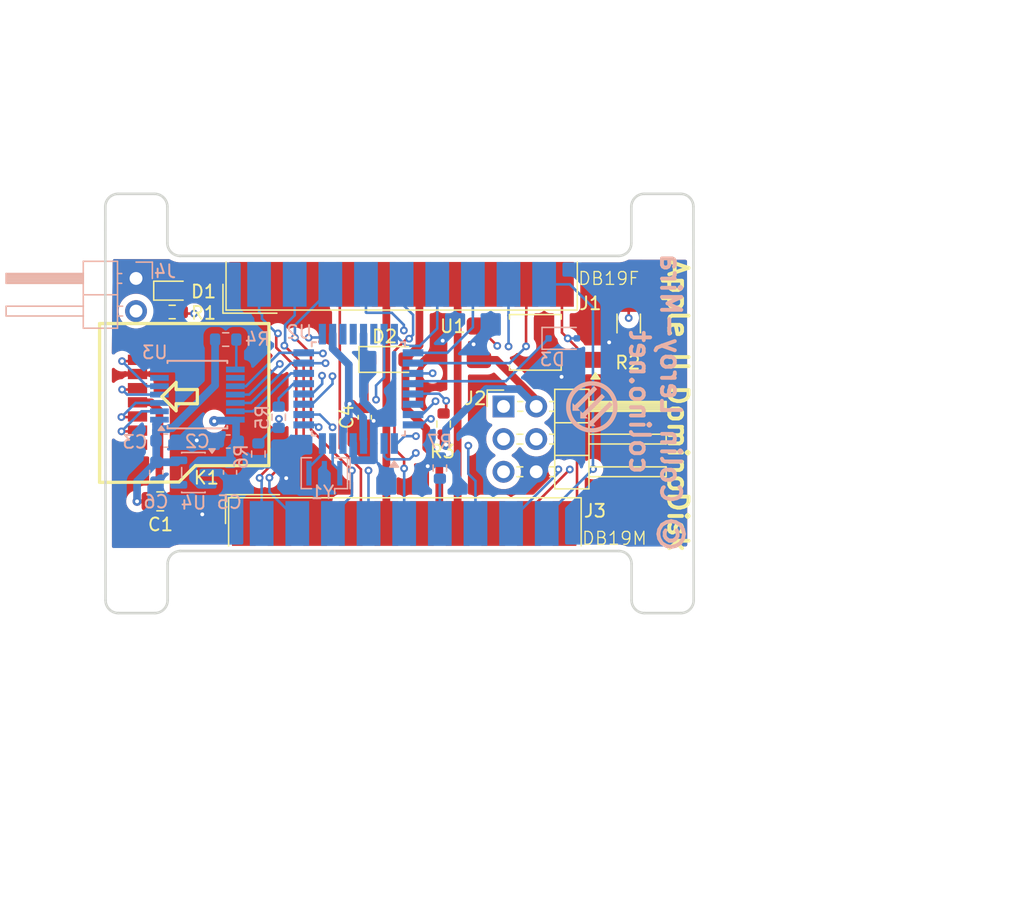
<source format=kicad_pcb>
(kicad_pcb (version 20241229) (generator "pcbnew") (generator_version "9.0")
  (title_block (comment 4 "AISLER Project ID: AYNAJPOB"))
  (layers (0 "F.Cu" signal) (4 "In1.Cu" signal) (6 "In2.Cu" signal) (2 "B.Cu" signal) (13 "F.Paste" user) (15 "B.Paste" user) (5 "F.SilkS" user "F.Silkscreen") (7 "B.SilkS" user "B.Silkscreen") (1 "F.Mask" user) (3 "B.Mask" user) (25 "Edge.Cuts" user))
  (net 0 "")
  (net 1 "TX")
  (net 2 "GND")
  (net 3 "PH0")
  (net 4 "PH1")
  (net 5 "PH2")
  (net 6 "PH3_in")
  (net 7 "Net-(D1-A)")
  (net 8 "WRDATA")
  (net 9 "PH3_out")
  (net 10 "DRV2_burgerDisk")
  (net 11 "CS")
  (net 12 "MOSI")
  (net 13 "MISO")
  (net 14 "SCK")
  (net 15 "DRV1_in")
  (net 16 "HDSEL_out")
  (net 17 "DRV1_out")
  (net 18 "DRV2_out")
  (net 19 "WRPROT_in")
  (net 20 "5V_burgerDisk")
  (net 21 "WRPROT_out")
  (net 22 "5V_apple2")
  (net 23 "EN3.5")
  (net 24 "-12V")
  (net 25 "+12V")
  (net 26 "DRV2_in")
  (net 27 "WREQ")
  (net 28 "Net-(R2-Pad2)")
  (net 29 "Net-(R5-Pad2)")
  (net 30 "RESET")
  (net 31 "RDDATA")
  (net 34 "Net-(U2-XTAL1{slash}PB6)")
  (net 37 "HDSEL_in")
  (net 38 "Net-(U2-XTAL2{slash}PB7)")
  (net 39 "3V3")
  (net 40 "CS_L")
  (net 41 "MOSI_L")
  (net 43 "MISO_L")
  (net 44 "SCLK_L")
  (net 46 "OE")
  (net 50 "LED")
  (footprint "db19:DSUB-19_Female_EdgeMount_Pitch2.77mm" (layer "F.Cu") (at 122.09 46.33 180)
    (property "Reference" "J1")
    (property "Value" "Daisy port out")
  )
  (footprint "Diode_SMD:D_SOD-123F" (layer "F.Cu") (at 120.9825 52.17)
    (property "Reference" "D2")
    (property "Value" "1N5818WS")
  )
  (footprint "TF-104:TF-SMD_TF-104" (layer "F.Cu") (at 106.18 54.95 -90)
    (property "Reference" "K1")
    (property "Value" "TF-104")
  )
  (footprint "Package_SO:SOP-4_3.8x4.1mm_P2.54mm" (layer "F.Cu") (at 132.48 50.84 180)
    (property "Reference" "U1")
    (property "Value" "PC817C-S")
  )
  (footprint "LED_SMD:LED_0603_1608Metric" (layer "F.Cu") (at 104.3 46.82)
    (property "Reference" "D1")
    (property "Value" "LED")
  )
  (footprint "Capacitor_SMD:C_0805_2012Metric" (layer "F.Cu") (at 103.32 63.2 180)
    (property "Reference" "C1")
    (property "Value" "22uF")
  )
  (footprint "MountingHole:MountingHole_3.2mm_M3" (layer "F.Cu") (at 142.27 69.43)
    (property "Reference" "REF**4")
    (property "Value" "MountingHole_3.2mm_M3")
  )
  (footprint "Capacitor_SMD:C_0603_1608Metric" (layer "F.Cu") (at 119.22 56.665 -90)
    (property "Reference" "C4")
    (property "Value" "100n")
  )
  (footprint "Resistor_SMD:R_1206_3216Metric" (layer "F.Cu") (at 139.74 49.37 -90)
    (property "Reference" "R2")
    (property "Value" "470")
  )
  (footprint "MountingHole:MountingHole_3.2mm_M3" (layer "F.Cu") (at 101.63 69.43)
    (property "Reference" "REF**3")
    (property "Value" "MountingHole_3.2mm_M3")
  )
  (footprint "Resistor_SMD:R_0603_1608Metric" (layer "F.Cu") (at 104.25 48.48)
    (property "Reference" "R1")
    (property "Value" "100")
  )
  (footprint "MountingHole:MountingHole_3.2mm_M3" (layer "F.Cu") (at 142.26 41.76)
    (property "Reference" "REF**2")
    (property "Value" "MountingHole_3.2mm_M3")
  )
  (footprint "Connector_PinHeader_2.54mm:PinHeader_2x03_P2.54mm_Horizontal" (layer "F.Cu") (at 130.01 55.82)
    (property "Reference" "J2")
    (property "Value" "ICSP_ISP6")
  )
  (footprint "db19:DSUB-19_Male_EdgeMount_Pitch2.77mm" (layer "F.Cu") (at 122.29 64.92)
    (property "Reference" "J3")
    (property "Value" "Daisy port in")
  )
  (footprint "Resistor_SMD:R_0603_1608Metric" (layer "F.Cu") (at 125.35 57.19 90)
    (property "Reference" "R3")
    (property "Value" "10k")
  )
  (footprint "MountingHole:MountingHole_3.2mm_M3" (layer "F.Cu") (at 101.366 41.76)
    (property "Reference" "REF**1")
    (property "Value" "MountingHole_3.2mm_M3")
  )
  (footprint "Resistor_SMD:R_0603_1608Metric" (layer "B.Cu") (at 108.41 50.62)
    (property "Reference" "R4")
    (property "Value" "10k")
  )
  (footprint "LOGO" (layer "B.Cu") (at 136.871812 55.858204 90)
    (property "Reference" "G***" (hide yes))
    (property "Value" "LOGO" (hide yes))
  )
  (footprint "Resistor_SMD:R_0603_1608Metric" (layer "B.Cu") (at 125.06 60.61 -90)
    (property "Reference" "R7")
    (property "Value" "330")
  )
  (footprint "Package_QFP:TQFP-32_7x7mm_P0.8mm" (layer "B.Cu") (at 118.725 54.4525 90)
    (property "Reference" "U2")
    (property "Value" "ATmega328P-AU")
  )
  (footprint "Connector_PinHeader_2.54mm:PinHeader_1x02_P2.54mm_Horizontal" (layer "B.Cu") (at 101.44 45.87 180)
    (property "Reference" "J4")
    (property "Value" "UART")
  )
  (footprint "Resistor_SMD:R_0603_1608Metric" (layer "B.Cu") (at 110.95 59.52 90)
    (property "Reference" "R6")
    (property "Value" "10k")
  )
  (footprint "Capacitor_SMD:C_0603_1608Metric" (layer "B.Cu") (at 108.75 60.945 90)
    (property "Reference" "C5")
    (property "Value" "2u2")
  )
  (footprint "Capacitor_SMD:C_0603_1608Metric" (layer "B.Cu") (at 103.01 60.935 90)
    (property "Reference" "C6")
    (property "Value" "2u2")
  )
  (footprint "Capacitor_SMD:C_0603_1608Metric" (layer "B.Cu") (at 108.61 58.55)
    (property "Reference" "C2")
    (property "Value" "100n")
  )
  (footprint "Package_SO:TSSOP-14-1EP_4.4x5mm_P0.65mm" (layer "B.Cu") (at 106.21 54.9)
    (property "Reference" "U3")
    (property "Value" "TXB0104PWR")
  )
  (footprint "Crystal:Resonator_SMD_Murata_CSTxExxV-3Pin_3.0x1.1mm" (layer "B.Cu") (at 116.08 61.01 180)
    (property "Reference" "Y1")
    (property "Value" "Resonator")
  )
  (footprint "Diode_SMD:D_SOD-323F" (layer "B.Cu") (at 134.61 50.53)
    (property "Reference" "D3")
    (property "Value" "1N4448WS")
  )
  (footprint "Capacitor_SMD:C_0603_1608Metric" (layer "B.Cu") (at 103.77 58.48)
    (property "Reference" "C3")
    (property "Value" "100n")
  )
  (footprint "Resistor_SMD:R_0603_1608Metric" (layer "B.Cu") (at 112.53 56.66 -90)
    (property "Reference" "R5")
    (property "Value" "1k")
  )
  (footprint "Package_TO_SOT_SMD:SOT-23-5" (layer "B.Cu") (at 105.8984 60.9596 180)
    (property "Reference" "U4")
    (property "Value" "SE5218")
  )
  (gr_arc (start 103.896 70.886) (mid 103.603107 71.593107) (end 102.896 71.886) (stroke (width 0.2)) (layer "Edge.Cuts"))
  (gr_line (start 138.964 67.060019) (end 104.896 67.06) (stroke (width 0.2)) (layer "Edge.Cuts"))
  (gr_arc (start 102.876 39.294) (mid 103.583107 39.586893) (end 103.876 40.294) (stroke (width 0.2)) (layer "Edge.Cuts"))
  (gr_arc (start 104.876 44.12) (mid 104.168893 43.827107) (end 103.876 43.12) (stroke (width 0.2)) (layer "Edge.Cuts"))
  (gr_line (start 143.79 71.886) (end 140.964 71.886) (stroke (width 0.2)) (layer "Edge.Cuts"))
  (gr_line (start 139.964 70.886) (end 139.964 68.06) (stroke (width 0.2)) (layer "Edge.Cuts"))
  (gr_arc (start 99.05 40.294) (mid 99.342893 39.586893) (end 100.05 39.294) (stroke (width 0.2)) (layer "Edge.Cuts"))
  (gr_line (start 103.896 68.06) (end 103.896 70.886) (stroke (width 0.2)) (layer "Edge.Cuts"))
  (gr_line (start 140.944 39.294) (end 143.77 39.294) (stroke (width 0.2)) (layer "Edge.Cuts"))
  (gr_line (start 144.769999 40.292996) (end 144.79 70.886) (stroke (width 0.2)) (layer "Edge.Cuts"))
  (gr_arc (start 103.896 68.06) (mid 104.188893 67.352893) (end 104.896 67.06) (stroke (width 0.2)) (layer "Edge.Cuts"))
  (gr_line (start 103.876 40.294) (end 103.876 43.12) (stroke (width 0.2)) (layer "Edge.Cuts"))
  (gr_arc (start 139.944 43.12) (mid 139.651107 43.827107) (end 138.944 44.12) (stroke (width 0.2)) (layer "Edge.Cuts"))
  (gr_arc (start 140.964 71.886) (mid 140.256893 71.593107) (end 139.964 70.886) (stroke (width 0.2)) (layer "Edge.Cuts"))
  (gr_arc (start 143.77 39.294) (mid 144.477107 39.586893) (end 144.77 40.294) (stroke (width 0.2)) (layer "Edge.Cuts"))
  (gr_line (start 104.876 44.12) (end 138.944 44.12) (stroke (width 0.2)) (layer "Edge.Cuts"))
  (gr_arc (start 138.964 67.06) (mid 139.671107 67.352893) (end 139.964 68.06) (stroke (width 0.2)) (layer "Edge.Cuts"))
  (gr_arc (start 144.79 70.886) (mid 144.497107 71.593107) (end 143.79 71.886) (stroke (width 0.2)) (layer "Edge.Cuts"))
  (gr_arc (start 139.944 40.294) (mid 140.236893 39.586893) (end 140.944 39.294) (stroke (width 0.2)) (layer "Edge.Cuts"))
  (gr_line (start 100.05 39.294) (end 102.876 39.294) (stroke (width 0.2)) (layer "Edge.Cuts"))
  (gr_line (start 102.896 71.886) (end 100.07 71.886) (stroke (width 0.2)) (layer "Edge.Cuts"))
  (gr_arc (start 100.07 71.886) (mid 99.362893 71.593107) (end 99.07 70.886) (stroke (width 0.2)) (layer "Edge.Cuts"))
  (gr_line (start 99.07 70.886) (end 99.05 40.294) (stroke (width 0.2)) (layer "Edge.Cuts"))
  (gr_line (start 139.944 43.12) (end 139.944 40.294) (stroke (width 0.2)) (layer "Edge.Cuts"))
  (gr_text "DB19F" (at 135.743333 46.46 0) (layer "F.SilkS") (effects (font (size 1 1) (thickness 0.1)) (justify left bottom)))
  (gr_text "DB19M\n" (at 136.043333 66.66 0) (layer "F.SilkS") (effects (font (size 1 1) (thickness 0.1)) (justify left bottom)))
  (gr_text "Apple II DominoDisk" (at 142.69 44.21 270) (layer "F.SilkS") (effects (font (size 1.5 1.5) (thickness 0.3) (bold yes)) (justify left bottom)))
  (gr_text "© Colin Leroy-Mira\ncolino.net" (at 139.71 55.49 270) (layer "B.SilkS") (effects (font (size 1.5 1.5) (thickness 0.3) (bold yes)) (justify bottom mirror)))
  (via (at 124.72302 55.41698) (size 0.6) (drill 0.3) (layers "F.Cu" "B.Cu") (net 1))
  (segment (start 123.6875 56.4525) (end 122.975 56.4525) (width 0.2) (layer "B.Cu") (net 1))
  (segment (start 124.72302 55.41698) (end 123.6875 56.4525) (width 0.2) (layer "B.Cu") (net 1))
  (segment (start 109.62 46.33) (end 112.39 46.33) (width 0.6) (layer "F.Cu") (net 2))
  (segment (start 101.44 45.87) (end 102.5625 45.87) (width 0.6) (layer "F.Cu") (net 2))
  (segment (start 137.2 49.82) (end 136.82 49.82) (width 0.6) (layer "F.Cu") (net 2))
  (segment (start 102.5625 45.87) (end 103.5125 46.82) (width 0.6) (layer "F.Cu") (net 2))
  (segment (start 109.82 64.92) (end 112.59 64.92) (width 0.6) (layer "F.Cu") (net 2))
  (segment (start 112.59 64.92) (end 115.36 64.92) (width 0.6) (layer "F.Cu") (net 2))
  (segment (start 102.031468 53.346468) (end 101.985 53.3) (width 0.6) (layer "F.Cu") (net 2))
  (segment (start 119.41 57.44) (end 119.91 56.94) (width 0.6) (layer "F.Cu") (net 2))
  (segment (start 109.79 64.89) (end 109.82 64.92) (width 0.6) (layer "F.Cu") (net 2))
  (segment (start 101.985 53.3) (end 101.555 53.3) (width 0.6) (layer "F.Cu") (net 2))
  (segment (start 138.22 50.84) (end 137.2 49.82) (width 0.6) (layer "F.Cu") (net 2))
  (segment (start 119.22 57.44) (end 119.41 57.44) (width 0.6) (layer "F.Cu") (net 2))
  (segment (start 112.39 46.33) (end 115.16 46.33) (width 0.6) (layer "F.Cu") (net 2))
  (segment (start 103.5125 46.82) (end 104.4885 45.844) (width 0.6) (layer "F.Cu") (net 2))
  (segment (start 110.805 51.92) (end 110.805 57.98) (width 0.6) (layer "F.Cu") (net 2))
  (segment (start 104.4885 45.844) (end 109.134 45.844) (width 0.6) (layer "F.Cu") (net 2))
  (via (at 134.52 53.52) (size 0.6) (drill 0.3) (layers "F.Cu" "B.Cu") (net 2))
  (via (at 138.22 50.84) (size 0.8) (drill 0.3) (layers "F.Cu" "B.Cu") (net 2))
  (via (at 113.114 61.396) (size 0.6) (drill 0.3) (layers "F.Cu" "B.Cu") (net 2))
  (via (at 127.68 50.99) (size 0.6) (drill 0.3) (layers "F.Cu" "B.Cu") (net 2))
  (via (at 119.91 56.94) (size 0.6) (drill 0.3) (layers "F.Cu" "B.Cu") (net 2))
  (via (at 124.114812 60.465081) (size 0.8) (drill 0.3) (layers "F.Cu" "B.Cu") (net 2))
  (via (at 106.16 58.46) (size 0.8) (drill 0.3) (layers "F.Cu" "B.Cu") (net 2))
  (via (at 125.28 50.71) (size 0.6) (drill 0.3) (layers "F.Cu" "B.Cu") (net 2))
  (via (at 106.59 64.21) (size 0.6) (drill 0.3) (layers "F.Cu" "B.Cu") (net 2))
  (segment (start 108.75 61.72) (end 109.575 61.72) (width 0.6) (layer "B.Cu") (net 2))
  (segment (start 118.325 59.9795) (end 118.349 60.0035) (width 0.6) (layer "B.Cu") (net 2))
  (segment (start 115.581 62.461) (end 116.08 61.962) (width 0.6) (layer "B.Cu") (net 2))
  (segment (start 119.93 57.087715) (end 119.925 57.092715) (width 0.6) (layer "B.Cu") (net 2))
  (segment (start 103.01 61.71) (end 103.01 62.16) (width 0.6) (layer "B.Cu") (net 2))
  (segment (start 118.325 58.7025) (end 118.325 59.9795) (width 0.6) (layer "B.Cu") (net 2))
  (segment (start 109.575 61.72) (end 110.95 60.345) (width 0.6) (layer "B.Cu") (net 2))
  (segment (start 119.925 57.092715) (end 119.925 58.7025) (width 0.6) (layer "B.Cu") (net 2))
  (segment (start 113.114 61.396) (end 114.179 62.461) (width 0.6) (layer "B.Cu") (net 2))
  (segment (start 119.93 56.96) (end 119.93 57.087715) (width 0.6) (layer "B.Cu") (net 2))
  (segment (start 124.114812 60.465081) (end 124.379919 60.465081) (width 0.6) (layer "B.Cu") (net 2))
  (segment (start 114.179 62.461) (end 115.581 62.461) (width 0.6) (layer "B.Cu") (net 2))
  (segment (start 103.01 62.16) (end 105.06 64.21) (width 0.6) (layer "B.Cu") (net 2))
  (segment (start 119.91 56.242786) (end 119.91 56.94) (width 0.6) (layer "B.Cu") (net 2))
  (segment (start 107.0359 60.9596) (end 107.9896 60.9596) (width 0.6) (layer "B.Cu") (net 2))
  (segment (start 107.9896 60.9596) (end 108.75 61.72) (width 0.6) (layer "B.Cu") (net 2))
  (segment (start 104.486 52.874) (end 103.26 52.874) (width 0.6) (layer "B.Cu") (net 2))
  (segment (start 119.125 50.2025) (end 119.125 55.457786) (width 0.6) (layer "B.Cu") (net 2))
  (segment (start 118.349 60.0035) (end 119.901 60.0035) (width 0.6) (layer "B.Cu") (net 2))
  (segment (start 106.14 58.48) (end 106.16 58.46) (width 0.6) (layer "B.Cu") (net 2))
  (segment (start 104.545 58.48) (end 107.765 58.48) (width 0.6) (layer "B.Cu") (net 2))
  (segment (start 104.545 58.48) (end 106.14 58.48) (width 0.6) (layer "B.Cu") (net 2))
  (segment (start 107.765 58.48) (end 107.835 58.55) (width 0.6) (layer "B.Cu") (net 2))
  (segment (start 119.925 59.9795) (end 119.925 58.7025) (width 0.6) (layer "B.Cu") (net 2))
  (segment (start 124.379919 60.465081) (end 125.06 59.785) (width 0.6) (layer "B.Cu") (net 2))
  (segment (start 119.901 60.0035) (end 119.925 59.9795) (width 0.6) (layer "B.Cu") (net 2))
  (segment (start 112.063 60.345) (end 113.114 61.396) (width 0.6) (layer "B.Cu") (net 2))
  (segment (start 119.91 56.94) (end 119.93 56.96) (width 0.6) (layer "B.Cu") (net 2))
  (segment (start 110.95 60.345) (end 112.063 60.345) (width 0.6) (layer "B.Cu") (net 2))
  (segment (start 105.06 64.21) (end 106.59 64.21) (width 0.6) (layer "B.Cu") (net 2))
  (segment (start 119.125 55.457786) (end 119.91 56.242786) (width 0.6) (layer "B.Cu") (net 2))
  (segment (start 116.08 61.962) (end 116.08 61.01) (width 0.6) (layer "B.Cu") (net 2))
  (segment (start 111.048186 61.378186) (end 111.048186 61.281814) (width 0.2) (layer "F.Cu") (net 3))
  (segment (start 112.409 51.319) (end 112.34 51.25) (width 0.2) (layer "F.Cu") (net 3))
  (segment (start 112.409 51.324874) (end 112.409 51.319) (width 0.2) (layer "F.Cu") (net 3))
  (segment (start 112.34 50.270316) (end 112.470316 50.14) (width 0.2) (layer "F.Cu") (net 3))
  (segment (start 112.34 51.25) (end 112.34 50.270316) (width 0.2) (layer "F.Cu") (net 3))
  (segment (start 113.9 58.43) (end 113.9 52.81) (width 0.2) (layer "F.Cu") (net 3))
  (segment (start 111.048186 61.281814) (end 113.9 58.43) (width 0.2) (layer "F.Cu") (net 3))
  (segment (start 112.7435 51.6535) (end 112.737626 51.6535) (width 0.2) (layer "F.Cu") (net 3))
  (segment (start 113.9 52.81) (end 112.7435 51.6535) (width 0.2) (layer "F.Cu") (net 3))
  (segment (start 112.737626 51.6535) (end 112.409 51.324874) (width 0.2) (layer "F.Cu") (net 3))
  (via (at 111.048186 61.378186) (size 0.6) (drill 0.3) (layers "F.Cu" "B.Cu") (net 3))
  (via (at 112.470316 50.14) (size 0.6) (drill 0.3) (layers "F.Cu" "B.Cu") (net 3))
  (via (at 124.36402 56.78598) (size 0.6) (drill 0.3) (layers "F.Cu" "B.Cu") (net 3))
  (segment (start 112.470316 50.14) (end 112.37 50.14) (width 0.2) (layer "B.Cu") (net 3))
  (segment (start 111.23 48.69) (end 111.005 48.465) (width 0.2) (layer "B.Cu") (net 3))
  (segment (start 124.12402 56.78598) (end 123.55 57.36) (width 0.2) (layer "B.Cu") (net 3))
  (segment (start 124.36402 56.78598) (end 124.12402 56.78598) (width 0.2) (layer "B.Cu") (net 3))
  (segment (start 111.23 49) (end 111.23 48.69) (width 0.2) (layer "B.Cu") (net 3))
  (segment (start 112.37 50.14) (end 111.23 49) (width 0.2) (layer "B.Cu") (net 3))
  (segment (start 111.048186 61.378186) (end 111.205 61.535) (width 0.2) (layer "B.Cu") (net 3))
  (segment (start 111.205 61.535) (end 111.205 64.92) (width 0.2) (layer "B.Cu") (net 3))
  (segment (start 111.005 48.465) (end 111.005 46.33) (width 0.2) (layer "B.Cu") (net 3))
  (segment (start 114.47 58.696991) (end 114.47 52.5925) (width 0.2) (layer "F.Cu") (net 4))
  (segment (start 114.47 52.5925) (end 112.97 51.0925) (width 0.2) (layer "F.Cu") (net 4))
  (segment (start 111.807947 61.359044) (end 114.47 58.696991) (width 0.2) (layer "F.Cu") (net 4))
  (via (at 111.807947 61.359044) (size 0.6) (drill 0.3) (layers "F.Cu" "B.Cu") (net 4))
  (via (at 123.2 58.13) (size 0.6) (drill 0.3) (layers "F.Cu" "B.Cu") (net 4))
  (via (at 112.97 51.0925) (size 0.6) (drill 0.3) (layers "F.Cu" "B.Cu") (net 4))
  (segment (start 121.7375 58.7025) (end 121.525 58.7025) (width 0.2) (layer "B.Cu") (net 4))
  (segment (start 113.975 64.635) (end 113.975 64.92) (width 0.2) (layer "B.Cu") (net 4))
  (segment (start 113.030316 49.479684) (end 113.775 48.735) (width 0.2) (layer "B.Cu") (net 4))
  (segment (start 122.31 58.13) (end 121.7375 58.7025) (width 0.2) (layer "B.Cu") (net 4))
  (segment (start 113.775 48.735) (end 113.775 46.33) (width 0.2) (layer "B.Cu") (net 4))
  (segment (start 123.2 58.13) (end 122.31 58.13) (width 0.2) (layer "B.Cu") (net 4))
  (segment (start 113.030316 51.032184) (end 113.030316 49.479684) (width 0.2) (layer "B.Cu") (net 4))
  (segment (start 111.807947 62.467947) (end 113.975 64.635) (width 0.2) (layer "B.Cu") (net 4))
  (segment (start 111.807947 61.359044) (end 111.807947 62.467947) (width 0.2) (layer "B.Cu") (net 4))
  (segment (start 112.97 51.0925) (end 113.030316 51.032184) (width 0.2) (layer "B.Cu") (net 4))
  (segment (start 118.221747 60.800334) (end 115.04 57.618587) (width 0.2) (layer "F.Cu") (net 5))
  (segment (start 115.04 51.73) (end 113.79 50.48) (width 0.2) (layer "F.Cu") (net 5))
  (segment (start 115.04 57.618587) (end 115.04 51.73) (width 0.2) (layer "F.Cu") (net 5))
  (via (at 123.19 59.44) (size 0.6) (drill 0.3) (layers "F.Cu" "B.Cu") (net 5))
  (via (at 113.79 50.48) (size 0.6) (drill 0.3) (layers "F.Cu" "B.Cu") (net 5))
  (via (at 118.221747 60.800334) (size 0.6) (drill 0.3) (layers "F.Cu" "B.Cu") (net 5))
  (segment (start 123.19 59.44) (end 122.7 59.93) (width 0.2) (layer "B.Cu") (net 5))
  (segment (start 116.745 64.92) (end 116.745 64.225) (width 0.2) (layer "B.Cu") (net 5))
  (segment (start 122.7 59.93) (end 120.9525 59.93) (width 0.2) (layer "B.Cu") (net 5))
  (segment (start 116.745 64.225) (end 118.221747 62.748253) (width 0.2) (layer "B.Cu") (net 5))
  (segment (start 113.79 49.51196) (end 116.545 46.75696) (width 0.2) (layer "B.Cu") (net 5))
  (segment (start 118.221747 62.748253) (end 118.221747 60.800334) (width 0.2) (layer "B.Cu") (net 5))
  (segment (start 120.9525 59.93) (end 120.725 59.7025) (width 0.2) (layer "B.Cu") (net 5))
  (segment (start 113.79 50.48) (end 113.79 49.51196) (width 0.2) (layer "B.Cu") (net 5))
  (segment (start 120.725 59.7025) (end 120.725 58.7025) (width 0.2) (layer "B.Cu") (net 5))
  (via (at 115.641687 57.428313) (size 0.6) (drill 0.3) (layers "F.Cu" "B.Cu") (net 6))
  (via (at 119.51 60.8035) (size 0.6) (drill 0.3) (layers "F.Cu" "B.Cu") (net 6))
  (segment (start 119.51 60.8035) (end 119.51 64.915) (width 0.2) (layer "B.Cu") (net 6))
  (segment (start 115.355752 57.26) (end 115.348252 57.2525) (width 0.2) (layer "B.Cu") (net 6))
  (segment (start 115.473374 57.26) (end 115.355752 57.26) (width 0.2) (layer "B.Cu") (net 6))
  (segment (start 115.641687 57.428313) (end 115.473374 57.26) (width 0.2) (layer "B.Cu") (net 6))
  (segment (start 115.348252 57.2525) (end 114.475 57.2525) (width 0.2) (layer "B.Cu") (net 6))
  (segment (start 119.51 64.915) (end 119.515 64.92) (width 0.2) (layer "B.Cu") (net 6))
  (segment (start 103.4275 48.48) (end 105.0875 46.82) (width 0.2) (layer "F.Cu") (net 7))
  (via (at 116.71 53.47) (size 0.6) (drill 0.3) (layers "F.Cu" "B.Cu") (net 8))
  (via (at 136.97 60.69) (size 0.6) (drill 0.3) (layers "F.Cu" "B.Cu") (net 8))
  (segment (start 136.96 48.13) (end 135.16 46.33) (width 0.2) (layer "B.Cu") (net 8))
  (segment (start 133.365 64.295) (end 136.97 60.69) (width 0.2) (layer "B.Cu") (net 8))
  (segment (start 133.365 64.92) (end 133.365 63.315) (width 0.2) (layer "B.Cu") (net 8))
  (segment (start 135.16 46.33) (end 133.165 46.33) (width 0.2) (layer "B.Cu") (net 8))
  (segment (start 116.71 54.07) (end 115.1275 55.6525) (width 0.2) (layer "B.Cu") (net 8))
  (segment (start 133.365 64.92) (end 133.365 64.295) (width 0.2) (layer "B.Cu") (net 8))
  (segment (start 136.97 60.69) (end 136.96 60.68) (width 0.2) (layer "B.Cu") (net 8))
  (segment (start 115.1275 55.6525) (end 114.475 55.6525) (width 0.2) (layer "B.Cu") (net 8))
  (segment (start 136.96 60.68) (end 136.96 48.13) (width 0.2) (layer "B.Cu") (net 8))
  (segment (start 116.71 53.47) (end 116.71 54.07) (width 0.2) (layer "B.Cu") (net 8))
  (via (at 122.260002 49.915619) (size 0.6) (drill 0.3) (layers "F.Cu" "B.Cu") (net 9))
  (via (at 115.9 53.43) (size 0.6) (drill 0.3) (layers "F.Cu" "B.Cu") (net 9))
  (segment (start 122.260002 49.480002) (end 121.32 48.54) (width 0.2) (layer "B.Cu") (net 9))
  (segment (start 122.260002 49.915619) (end 122.260002 49.480002) (width 0.2) (layer "B.Cu") (net 9))
  (segment (start 119.35 48.54) (end 119.315 48.505) (width 0.2) (layer "B.Cu") (net 9))
  (segment (start 115.912386 53.442386) (end 115.912386 54.067614) (width 0.2) (layer "B.Cu") (net 9))
  (segment (start 121.32 48.54) (end 119.35 48.54) (width 0.2) (layer "B.Cu") (net 9))
  (segment (start 115.912386 54.067614) (end 115.1275 54.8525) (width 0.2) (layer "B.Cu") (net 9))
  (segment (start 119.315 48.505) (end 119.315 46.33) (width 0.2) (layer "B.Cu") (net 9))
  (segment (start 115.9 53.43) (end 115.912386 53.442386) (width 0.2) (layer "B.Cu") (net 9))
  (segment (start 115.1275 54.8525) (end 114.475 54.8525) (width 0.2) (layer "B.Cu") (net 9))
  (segment (start 113.678 54.0525) (end 114.475 54.0525) (width 0.2) (layer "B.Cu") (net 10))
  (segment (start 112.53 55.835) (end 112.53 55.2005) (width 0.2) (layer "B.Cu") (net 10))
  (segment (start 112.53 55.2005) (end 113.678 54.0525) (width 0.2) (layer "B.Cu") (net 10))
  (segment (start 113.475 53.2525) (end 110.5275 56.2) (width 0.2) (layer "B.Cu") (net 11))
  (segment (start 110.5275 56.2) (end 109.16 56.2) (width 0.2) (layer "B.Cu") (net 11))
  (segment (start 114.475 53.2525) (end 113.475 53.2525) (width 0.2) (layer "B.Cu") (net 11))
  (via (at 116.17 52.459632) (size 0.6) (drill 0.3) (layers "F.Cu" "B.Cu") (net 12))
  (segment (start 114.475 52.4525) (end 113.475 52.4525) (width 0.2) (layer "B.Cu") (net 12))
  (segment (start 116.17 52.459632) (end 114.482132 52.459632) (width 0.2) (layer "B.Cu") (net 12))
  (segment (start 113.475 52.4525) (end 110.3775 55.55) (width 0.2) (layer "B.Cu") (net 12))
  (segment (start 110.3775 55.55) (end 109.16 55.55) (width 0.2) (layer "B.Cu") (net 12))
  (via (at 115.97 51.7) (size 0.6) (drill 0.3) (layers "F.Cu" "B.Cu") (net 13))
  (segment (start 114.475 51.6525) (end 112.5795 51.6525) (width 0.2) (layer "B.Cu") (net 13))
  (segment (start 115.741375 51.6525) (end 114.475 51.6525) (width 0.2) (layer "B.Cu") (net 13))
  (segment (start 115.788875 51.7) (end 115.741375 51.6525) (width 0.2) (layer "B.Cu") (net 13))
  (segment (start 109.982 54.25) (end 109.16 54.25) (width 0.2) (layer "B.Cu") (net 13))
  (segment (start 115.97 51.7) (end 115.788875 51.7) (width 0.2) (layer "B.Cu") (net 13))
  (segment (start 112.5795 51.6525) (end 109.982 54.25) (width 0.2) (layer "B.Cu") (net 13))
  (via (at 114.86 50.48) (size 0.6) (drill 0.3) (layers "F.Cu" "B.Cu") (net 14))
  (via (at 112.61777 52.51777) (size 0.6) (drill 0.3) (layers "F.Cu" "B.Cu") (net 14))
  (segment (start 112.61777 52.51777) (end 110.23554 54.9) (width 0.2) (layer "B.Cu") (net 14))
  (segment (start 115.6675 50.46) (end 115.925 50.2025) (width 0.2) (layer "B.Cu") (net 14))
  (segment (start 114.86 50.48) (end 114.88 50.46) (width 0.2) (layer "B.Cu") (net 14))
  (segment (start 110.23554 54.9) (end 109.16 54.9) (width 0.2) (layer "B.Cu") (net 14))
  (segment (start 114.88 50.46) (end 115.6675 50.46) (width 0.2) (layer "B.Cu") (net 14))
  (via (at 127.27 58.87) (size 0.6) (drill 0.3) (layers "F.Cu" "B.Cu") (net 15))
  (via (at 120.1 55.3) (size 0.6) (drill 0.3) (layers "F.Cu" "B.Cu") (net 15))
  (segment (start 120.1 55.3) (end 120.1 54.19) (width 0.2) (layer "B.Cu") (net 15))
  (segment (start 127.27 61.059) (end 127.825 61.614) (width 0.2) (layer "B.Cu") (net 15))
  (segment (start 127.825 61.614) (end 127.825 64.92) (width 0.2) (layer "B.Cu") (net 15))
  (segment (start 120.725 53.565) (end 120.725 50.2025) (width 0.2) (layer "B.Cu") (net 15))
  (segment (start 127.27 58.87) (end 127.27 61.059) (width 0.2) (layer "B.Cu") (net 15))
  (segment (start 120.1 54.19) (end 120.725 53.565) (width 0.2) (layer "B.Cu") (net 15))
  (segment (start 121.525 50.2025) (end 122.439 51.1165) (width 0.2) (layer "B.Cu") (net 16))
  (segment (start 124.855 49.755) (end 124.855 47.355) (width 0.2) (layer "B.Cu") (net 16))
  (segment (start 122.439 51.1165) (end 123.4935 51.1165) (width 0.2) (layer "B.Cu") (net 16))
  (segment (start 123.4935 51.1165) (end 124.855 49.755) (width 0.2) (layer "B.Cu") (net 16))
  (segment (start 127.625 49.665) (end 127.625 47.0025) (width 0.2) (layer "B.Cu") (net 17))
  (segment (start 125.6375 51.6525) (end 127.625 49.665) (width 0.2) (layer "B.Cu") (net 17))
  (segment (start 122.975 51.6525) (end 125.6375 51.6525) (width 0.2) (layer "B.Cu") (net 17))
  (segment (start 131.76 48.78) (end 131.78 48.76) (width 0.2) (layer "F.Cu") (net 18))
  (segment (start 131.78 48.76) (end 131.78 46.33) (width 0.2) (layer "F.Cu") (net 18))
  (segment (start 131.76 51.15) (end 131.76 48.78) (width 0.2) (layer "F.Cu") (net 18))
  (via (at 131.76 51.15) (size 0.6) (drill 0.3) (layers "F.Cu" "B.Cu") (net 18))
  (segment (start 131.76 51.18) (end 130.4875 52.4525) (width 0.2) (layer "B.Cu") (net 18))
  (segment (start 131.76 51.15) (end 131.76 51.18) (width 0.2) (layer "B.Cu") (net 18))
  (segment (start 130.4875 52.4525) (end 122.975 52.4525) (width 0.2) (layer "B.Cu") (net 18))
  (segment (start 130.18 53.86) (end 133.51 50.53) (width 0.2) (layer "B.Cu") (net 19))
  (segment (start 122.975 54.0525) (end 123.1675 53.86) (width 0.2) (layer "B.Cu") (net 19))
  (segment (start 123.1675 53.86) (end 130.18 53.86) (width 0.2) (layer "B.Cu") (net 19))
  (segment (start 119.22 52.5325) (end 119.22 55.89) (width 0.6) (layer "F.Cu") (net 20))
  (segment (start 118.27 55.62) (end 118.54 55.89) (width 0.6) (layer "F.Cu") (net 20))
  (segment (start 119.5825 52.17) (end 119.22 52.5325) (width 0.6) (layer "F.Cu") (net 20))
  (segment (start 132.55 55.3) (end 132.55 55.82) (width 0.6) (layer "F.Cu") (net 20))
  (segment (start 125.54 58.8) (end 125.36 58.8) (width 0.6) (layer "F.Cu") (net 20))
  (segment (start 129.45 52.2) (end 132.55 55.3) (width 0.6) (layer "F.Cu") (net 20))
  (segment (start 118.04 55.62) (end 118.27 55.62) (width 0.6) (layer "F.Cu") (net 20))
  (segment (start 118.54 55.89) (end 119.22 55.89) (width 0.6) (layer "F.Cu") (net 20))
  (segment (start 125.35 58.79) (end 125.35 58.015) (width 0.6) (layer "F.Cu") (net 20))
  (segment (start 125.36 58.8) (end 125.35 58.79) (width 0.6) (layer "F.Cu") (net 20))
  (segment (start 128.3 52.2) (end 129.45 52.2) (width 0.6) (layer "F.Cu") (net 20))
  (via (at 118.04 55.62) (size 0.8) (drill 0.3) (layers "F.Cu" "B.Cu") (net 20))
  (via (at 107.52 56.97) (size 0.8) (drill 0.3) (layers "F.Cu" "B.Cu") (net 20))
  (via (at 125.54 58.8) (size 0.8) (drill 0.3) (layers "F.Cu" "B.Cu") (net 20))
  (segment (start 106.373401 60.0096) (end 105.8724 60.510601) (width 0.6) (layer "B.Cu") (net 20))
  (segment (start 125.54 58.8) (end 125.54 57.588) (width 0.6) (layer "B.Cu") (net 20))
  (segment (start 118.04 55.62) (end 117.98 55.56) (width 0.6) (layer "B.Cu") (net 20))
  (segment (start 107.0359 60.0096) (end 108.5896 60.0096) (width 0.6) (layer "B.Cu") (net 20))
  (segment (start 128.659 54.469) (end 131.199 54.469) (width 0.6) (layer "B.Cu") (net 20))
  (segment (start 107.0359 60.0096) (end 106.373401 60.0096) (width 0.6) (layer "B.Cu") (net 20))
  (segment (start 109.215 56.981) (end 109.16 56.926) (width 0.6) (layer "B.Cu") (net 20))
  (segment (start 109.385 58.55) (end 109.215 58.38) (width 0.6) (layer "B.Cu") (net 20))
  (segment (start 109.1 58.55) (end 109.385 58.55) (width 0.6) (layer "B.Cu") (net 20))
  (segment (start 119.101 56.701) (end 119.101 58.345715) (width 0.6) (layer "B.Cu") (net 20))
  (segment (start 106.373401 61.9096) (end 107.0359 61.9096) (width 0.6) (layer "B.Cu") (net 20))
  (segment (start 108.75 59.185) (end 109.385 58.55) (width 0.6) (layer "B.Cu") (net 20))
  (segment (start 105.8724 61.408599) (end 106.373401 61.9096) (width 0.6) (layer "B.Cu") (net 20))
  (segment (start 118.04 55.62) (end 117.98 55.68) (width 0.6) (layer "B.Cu") (net 20))
  (segment (start 107.564 56.926) (end 109.16 56.926) (width 0.6) (layer "B.Cu") (net 20))
  (segment (start 105.8724 60.510601) (end 105.8724 61.408599) (width 0.6) (layer "B.Cu") (net 20))
  (segment (start 117.549 57.151) (end 117.549 57.75) (width 0.6) (layer "B.Cu") (net 20))
  (segment (start 131.199 54.469) (end 132.55 55.82) (width 0.6) (layer "B.Cu") (net 20))
  (segment (start 117.98 55.68) (end 117.98 56.72) (width 0.6) (layer "B.Cu") (net 20))
  (segment (start 119.101 58.345715) (end 119.124 58.368715) (width 0.6) (layer "B.Cu") (net 20))
  (segment (start 117.98 52.577214) (end 116.725 51.322214) (width 0.6) (layer "B.Cu") (net 20))
  (segment (start 107.52 56.97) (end 107.564 56.926) (width 0.6) (layer "B.Cu") (net 20))
  (segment (start 117.98 55.56) (end 117.98 52.577214) (width 0.6) (layer "B.Cu") (net 20))
  (segment (start 117.98 56.72) (end 117.549 57.151) (width 0.6) (layer "B.Cu") (net 20))
  (segment (start 108.5896 60.0096) (end 108.75 60.17) (width 0.6) (layer "B.Cu") (net 20))
  (segment (start 109.215 58.38) (end 109.215 56.981) (width 0.6) (layer "B.Cu") (net 20))
  (segment (start 118.04 55.62) (end 118.85 56.43) (width 0.6) (layer "B.Cu") (net 20))
  (segment (start 125.54 57.588) (end 128.659 54.469) (width 0.6) (layer "B.Cu") (net 20))
  (segment (start 117.549 57.75) (end 117.524 57.775) (width 0.6) (layer "B.Cu") (net 20))
  (segment (start 117.524 57.775) (end 117.524 58.7025) (width 0.6) (layer "B.Cu") (net 20))
  (segment (start 118.85 56.43) (end 118.85 56.45) (width 0.6) (layer "B.Cu") (net 20))
  (segment (start 116.725 51.322214) (end 116.725 50.2025) (width 0.6) (layer "B.Cu") (net 20))
  (segment (start 108.75 60.17) (end 108.75 59.185) (width 0.6) (layer "B.Cu") (net 20))
  (segment (start 118.85 56.45) (end 119.101 56.701) (width 0.6) (layer "B.Cu") (net 20))
  (segment (start 135 50.53) (end 135.721 51.251) (width 0.2) (layer "F.Cu") (net 21))
  (segment (start 135.721 63.949) (end 134.75 64.92) (width 0.2) (layer "F.Cu") (net 21))
  (segment (start 134.55 50.08) (end 135 50.53) (width 0.2) (layer "F.Cu") (net 21))
  (segment (start 135.721 51.251) (end 135.721 63.949) (width 0.2) (layer "F.Cu") (net 21))
  (segment (start 134.55 46.33) (end 134.55 50.08) (width 0.2) (layer "F.Cu") (net 21))
  (via (at 135 50.53) (size 0.6) (drill 0.3) (layers "F.Cu" "B.Cu") (net 21))
  (segment (start 135 50.53) (end 135.71 50.53) (width 0.2) (layer "B.Cu") (net 21))
  (segment (start 123.47 51.0825) (end 123.47 46.33) (width 0.6) (layer "F.Cu") (net 22))
  (segment (start 123.67 64.92) (end 125.015812 63.574188) (width 0.6) (layer "F.Cu") (net 22))
  (segment (start 124.001 57.555746) (end 122.3825 55.937246) (width 0.6) (layer "F.Cu") (net 22))
  (segment (start 122.3825 52.17) (end 123.47 51.0825) (width 0.6) (layer "F.Cu") (net 22))
  (segment (start 122.3825 55.937246) (end 122.3825 52.17) (width 0.6) (layer "F.Cu") (net 22))
  (segment (start 124.001 59.041) (end 124.001 57.555746) (width 0.6) (layer "F.Cu") (net 22))
  (segment (start 125.015812 63.574188) (end 125.015812 60.055812) (width 0.6) (layer "F.Cu") (net 22))
  (segment (start 125.015812 60.055812) (end 124.001 59.041) (width 0.6) (layer "F.Cu") (net 22))
  (segment (start 117.279 59.065626) (end 118.92 60.706626) (width 0.2) (layer "F.Cu") (net 23))
  (segment (start 118.92 64.13) (end 118.13 64.92) (width 0.2) (layer "F.Cu") (net 23))
  (segment (start 117.279 46.981) (end 117.279 59.065626) (width 0.2) (layer "F.Cu") (net 23))
  (segment (start 118.92 60.706626) (end 118.92 64.13) (width 0.2) (layer "F.Cu") (net 23))
  (segment (start 117.93 46.33) (end 117.279 46.981) (width 0.2) (layer "F.Cu") (net 23))
  (segment (start 120.9 46.53) (end 120.9 64.92) (width 0.6) (layer "F.Cu") (net 24))
  (segment (start 126.44 46.53) (end 126.44 64.92) (width 0.6) (layer "F.Cu") (net 25))
  (segment (start 126.44 64.92) (end 129.21 64.92) (width 0.6) (layer "F.Cu") (net 25))
  (segment (start 126.24 46.33) (end 129.01 46.33) (width 0.6) (layer "F.Cu") (net 25))
  (segment (start 135.16 60.72) (end 131.98 63.9) (width 0.2) (layer "F.Cu") (net 26))
  (segment (start 139.74 48.95) (end 139.74 47.9075) (width 0.2) (layer "F.Cu") (net 26))
  (via (at 139.74 48.95) (size 0.6) (drill 0.3) (layers "F.Cu" "B.Cu") (net 26))
  (via (at 135.16 60.72) (size 0.6) (drill 0.3) (layers "F.Cu" "B.Cu") (net 26))
  (segment (start 122.28 60.64) (end 122.28 59.868689) (width 0.2) (layer "F.Cu") (net 27))
  (segment (start 122.494459 50.555541) (end 122.67 50.555541) (width 0.2) (layer "F.Cu") (net 27))
  (segment (start 121.5315 59.120189) (end 121.5315 51.5185) (width 0.2) (layer "F.Cu") (net 27))
  (segment (start 122.28 59.868689) (end 121.5315 59.120189) (width 0.2) (layer "F.Cu") (net 27))
  (segment (start 121.5315 51.5185) (end 122.494459 50.555541) (width 0.2) (layer "F.Cu") (net 27))
  (via (at 122.67 50.555541) (size 0.6) (drill 0.3) (layers "F.Cu" "B.Cu") (net 27))
  (via (at 122.28 60.64) (size 0.6) (drill 0.3) (layers "F.Cu" "B.Cu") (net 27))
  (segment (start 122.98 48.7) (end 122.085 47.805) (width 0.2) (layer "B.Cu") (net 27))
  (segment (start 122.67 50.555541) (end 122.98 50.245541) (width 0.2) (layer "B.Cu") (net 27))
  (segment (start 122.285 60.645) (end 122.285 64.92) (width 0.2) (layer "B.Cu") (net 27))
  (segment (start 122.28 60.64) (end 122.285 60.645) (width 0.2) (layer "B.Cu") (net 27))
  (segment (start 122.98 50.245541) (end 122.98 48.7) (width 0.2) (layer "B.Cu") (net 27))
  (segment (start 137.13 52.2) (end 138.3725 52.2) (width 0.2) (layer "F.Cu") (net 28))
  (segment (start 138.3725 52.2) (end 139.74 50.8325) (width 0.2) (layer "F.Cu") (net 28))
  (segment (start 129.52 51.11) (end 128.18 49.77) (width 0.2) (layer "F.Cu") (net 29))
  (via (at 112.55 56.78) (size 0.6) (drill 0.3) (layers "F.Cu" "B.Cu") (net 29))
  (via (at 129.52 51.11) (size 0.6) (drill 0.3) (layers "F.Cu" "B.Cu") (net 29))
  (segment (start 110.95 58.695) (end 112.14 57.505) (width 0.2) (layer "B.Cu") (net 29))
  (segment (start 112.14 57.505) (end 112.55 57.505) (width 0.2) (layer "B.Cu") (net 29))
  (segment (start 112.53 56.8) (end 112.55 56.78) (width 0.2) (layer "B.Cu") (net 29))
  (segment (start 112.53 57.485) (end 112.53 56.8) (width 0.2) (layer "B.Cu") (net 29))
  (segment (start 125.55 55.38) (end 125.55 56.165) (width 0.2) (layer "F.Cu") (net 30))
  (via (at 125.55 55.38) (size 0.6) (drill 0.3) (layers "F.Cu" "B.Cu") (net 30))
  (segment (start 122.9975 54.83) (end 122.975 54.8525) (width 0.2) (layer "B.Cu") (net 30))
  (segment (start 125.55 55.38) (end 125 54.83) (width 0.2) (layer "B.Cu") (net 30))
  (segment (start 125 54.83) (end 122.9975 54.83) (width 0.2) (layer "B.Cu") (net 30))
  (via (at 134.27 60.71) (size 0.6) (drill 0.3) (layers "F.Cu" "B.Cu") (net 31))
  (via (at 116.719 57.442498) (size 0.6) (drill 0.3) (layers "F.Cu" "B.Cu") (net 31))
  (via (at 130.4 51.16) (size 0.6) (drill 0.3) (layers "F.Cu" "B.Cu") (net 31))
  (segment (start 116.719 57.442498) (end 115.729002 56.4525) (width 0.2) (layer "B.Cu") (net 31))
  (segment (start 130.395 48.755) (end 130.395 46.33) (width 0.2) (layer "B.Cu") (net 31))
  (segment (start 115.729002 56.4525) (end 114.475 56.4525) (width 0.2) (layer "B.Cu") (net 31))
  (segment (start 134.27 60.97) (end 130.595 64.645) (width 0.2) (layer "B.Cu") (net 31))
  (segment (start 130.4 51.16) (end 130.4 48.76) (width 0.2) (layer "B.Cu") (net 31))
  (segment (start 130.4 48.76) (end 130.395 48.755) (width 0.2) (layer "B.Cu") (net 31))
  (segment (start 134.27 60.71) (end 134.27 60.97) (width 0.2) (layer "B.Cu") (net 31))
  (segment (start 117.28 60.83) (end 117.28 61.01) (width 0.2) (layer "B.Cu") (net 34))
  (segment (start 116.725 60.275) (end 117.28 60.83) (width 0.2) (layer "B.Cu") (net 34))
  (segment (start 116.725 58.7025) (end 116.725 60.275) (width 0.2) (layer "B.Cu") (net 34))
  (segment (start 125.06 62.135) (end 125.06 61.435) (width 0.2) (layer "B.Cu") (net 37))
  (segment (start 125.055 62.14) (end 125.06 62.135) (width 0.2) (layer "B.Cu") (net 37))
  (segment (start 125.055 64.92) (end 125.055 62.14) (width 0.2) (layer "B.Cu") (net 37))
  (segment (start 114.88 60.56) (end 114.88 61.01) (width 0.2) (layer "B.Cu") (net 38))
  (segment (start 115.925 58.7025) (end 115.925 59.515) (width 0.2) (layer "B.Cu") (net 38))
  (segment (start 115.925 59.515) (end 114.88 60.56) (width 0.2) (layer "B.Cu") (net 38))
  (segment (start 101.54 63.2) (end 101.52 63.2) (width 0.6) (layer "F.Cu") (net 39))
  (segment (start 102.607 55.5) (end 103.26 56.153) (width 0.6) (layer "F.Cu") (net 39))
  (segment (start 101.54 63.2) (end 102.37 63.2) (width 0.3) (layer "F.Cu") (net 39))
  (segment (start 101.555 55.5) (end 102.607 55.5) (width 0.6) (layer "F.Cu") (net 39))
  (segment (start 103.26 56.153) (end 103.26 62.31) (width 0.6) (layer "F.Cu") (net 39))
  (segment (start 103.26 62.31) (end 102.37 63.2) (width 0.6) (layer "F.Cu") (net 39))
  (via (at 101.52 63.2) (size 0.7) (drill 0.3) (layers "F.Cu" "B.Cu") (net 39))
  (segment (start 102.995 58.48) (end 102.995 57.191) (width 0.6) (layer "B.Cu") (net 39))
  (segment (start 104.6105 60.16) (end 104.7609 60.0096) (width 0.6) (layer "B.Cu") (net 39))
  (segment (start 103.105 57.58) (end 102.995 57.69) (width 0.6) (layer "B.Cu") (net 39))
  (segment (start 107.585 54.175) (end 104.256 57.504) (width 0.6) (layer "B.Cu") (net 39))
  (segment (start 103.937046 57.58) (end 103.105 57.58) (width 0.6) (layer "B.Cu") (net 39))
  (segment (start 102.995 57.69) (end 102.995 58.48) (width 0.6) (layer "B.Cu") (net 39))
  (segment (start 107.585 50.62) (end 107.585 54.175) (width 0.6) (layer "B.Cu") (net 39))
  (segment (start 103.01 58.495) (end 102.995 58.48) (width 0.6) (layer "B.Cu") (net 39))
  (segment (start 104.013046 57.504) (end 103.937046 57.58) (width 0.6) (layer "B.Cu") (net 39))
  (segment (start 103.01 60.16) (end 104.6105 60.16) (width 0.6) (layer "B.Cu") (net 39))
  (segment (start 103.01 60.16) (end 103.01 58.495) (width 0.6) (layer "B.Cu") (net 39))
  (segment (start 101.52 61.65) (end 101.52 63.2) (width 0.6) (layer "B.Cu") (net 39))
  (segment (start 102.995 57.191) (end 103.26 56.926) (width 0.6) (layer "B.Cu") (net 39))
  (segment (start 103.01 60.16) (end 101.52 61.65) (width 0.6) (layer "B.Cu") (net 39))
  (segment (start 104.256 57.504) (end 104.013046 57.504) (width 0.6) (layer "B.Cu") (net 39))
  (segment (start 101.495 57.76) (end 101.555 57.7) (width 0.2) (layer "F.Cu") (net 40))
  (segment (start 100.31226 57.76) (end 101.495 57.76) (width 0.2) (layer "F.Cu") (net 40))
  (via (at 100.31226 57.76) (size 0.6) (drill 0.3) (layers "F.Cu" "B.Cu") (net 40))
  (segment (start 100.31226 57.75774) (end 101.87 56.2) (width 0.2) (layer "B.Cu") (net 40))
  (segment (start 100.31226 57.76) (end 100.31226 57.75774) (width 0.2) (layer "B.Cu") (net 40))
  (segment (start 101.87 56.2) (end 103.26 56.2) (width 0.2) (layer "B.Cu") (net 40))
  (segment (start 101.505 56.65) (end 101.555 56.6) (width 0.2) (layer "F.Cu") (net 41))
  (segment (start 100.30226 56.65) (end 101.505 56.65) (width 0.2) (layer "F.Cu") (net 41))
  (via (at 100.30226 56.65) (size 0.6) (drill 0.3) (layers "F.Cu" "B.Cu") (net 41))
  (segment (start 101.40226 55.55) (end 103.26 55.55) (width 0.2) (layer "B.Cu") (net 41))
  (segment (start 100.30226 56.65) (end 101.40226 55.55) (width 0.2) (layer "B.Cu") (net 41))
  (segment (start 100.35226 52.3) (end 101.455 52.3) (width 0.2) (layer "F.Cu") (net 43))
  (segment (start 101.455 52.3) (end 101.555 52.2) (width 0.2) (layer "F.Cu") (net 43))
  (via (at 100.35226 52.3) (size 0.6) (drill 0.3) (layers "F.Cu" "B.Cu") (net 43))
  (segment (start 102.30226 54.25) (end 103.26 54.25) (width 0.2) (layer "B.Cu") (net 43))
  (segment (start 100.35226 52.3) (end 102.30226 54.25) (width 0.2) (layer "B.Cu") (net 43))
  (segment (start 101.450272 54.504728) (end 101.555 54.4) (width 0.2) (layer "F.Cu") (net 44))
  (segment (start 100.356988 54.504728) (end 101.450272 54.504728) (width 0.2) (layer "F.Cu") (net 44))
  (via (at 100.356988 54.504728) (size 0.6) (drill 0.3) (layers "F.Cu" "B.Cu") (net 44))
  (segment (start 100.75226 54.9) (end 103.26 54.9) (width 0.2) (layer "B.Cu") (net 44))
  (segment (start 100.356988 54.504728) (end 100.75226 54.9) (width 0.2) (layer "B.Cu") (net 44))
  (segment (start 109.235 50.62) (end 109.235 52.875) (width 0.2) (layer "B.Cu") (net 46))
  (segment (start 109.235 52.875) (end 109.16 52.95) (width 0.2) (layer "B.Cu") (net 46))
  (segment (start 105.95 48.6) (end 105.195 48.6) (width 0.2) (layer "F.Cu") (net 50))
  (via (at 124.5 53.24) (size 0.6) (drill 0.3) (layers "F.Cu" "B.Cu") (net 50))
  (via (at 105.95 48.6) (size 0.6) (drill 0.3) (layers "F.Cu" "B.Cu") (net 50))
  (segment (start 122.975 53.2525) (end 124.4875 53.2525) (width 0.2) (layer "B.Cu") (net 50))
  (segment (start 124.4875 53.2525) (end 124.5 53.24) (width 0.2) (layer "B.Cu") (net 50))
  (zone (net 2) (net_name "GND") (layers "F.Cu" "B.Cu" "In1.Cu" "In2.Cu") (connect_pads yes (clearance 0.5)) (min_thickness 0.25) (fill yes (thermal_gap 0.5) (thermal_bridge_width 0.5))
    (polygon (pts (xy 99.628 44.3684) (xy 144.4082 44.4192) (xy 144.3182 66.7008) (xy 99.411 66.8278)))
  )
)
</source>
